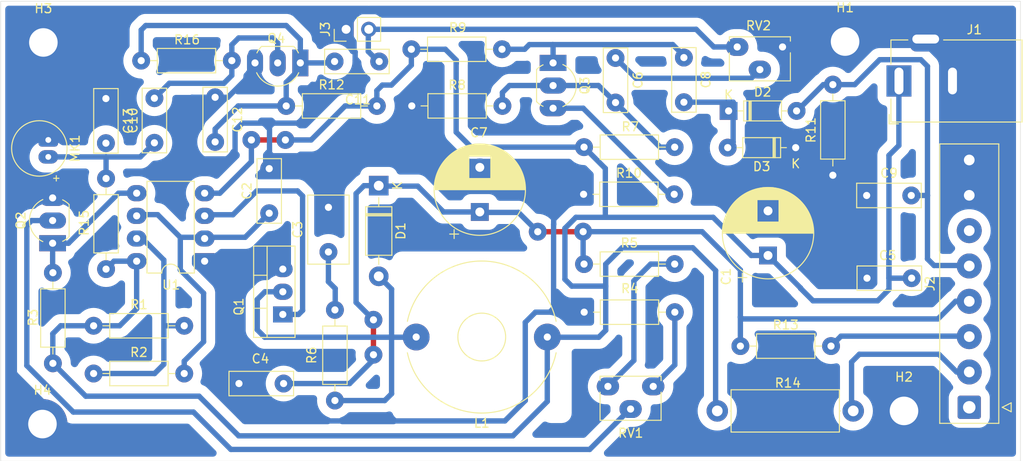
<source format=kicad_pcb>
(kicad_pcb (version 20240108) (generator "pcbnew") (generator_version "8.0")
  (layers (0 "F.Cu" signal) (31 "B.Cu" signal) (34 "B.Paste" user) (35 "F.Paste" user) (36 "B.SilkS" user "B.Silkscreen") (37 "F.SilkS" user "F.Silkscreen") (38 "B.Mask" user) (39 "F.Mask" user) (44 "Edge.Cuts" user))
  (net 0 "")
  (net 1 "GND")
  (net 2 "+16V")
  (net 3 "Net-(U1-THR)")
  (net 4 "Net-(C3-Pad1)")
  (net 5 "+250V")
  (net 6 "Net-(C6-Pad2)")
  (net 7 "Net-(Q3-B)")
  (net 8 "Net-(D2-K)")
  (net 9 "Net-(Q3-C)")
  (net 10 "VG")
  (net 11 "Net-(D1-A)")
  (net 12 "Net-(J2-Pin_3)")
  (net 13 "Vfil1")
  (net 16 "Net-(Q1-G)")
  (net 17 "Net-(Q2-B)")
  (net 18 "Net-(Q2-C)")
  (net 19 "Net-(Q3-E)")
  (net 20 "Net-(U1-DIS)")
  (net 21 "Net-(R4-Pad1)")
  (net 22 "Net-(R5-Pad2)")
  (net 23 "Net-(Q4-B)")
  (net 24 "Net-(MK1-+)")
  (net 25 "Net-(Q4-C)")
  (net 26 "BF")
  (footprint "Resistor_THT:R_Axial_DIN0414_L11.9mm_D4.5mm_P15.24mm_Horizontal" (layer "F.Cu") (at 170.4848 116.84)
    (property "Reference" "R14")
    (property "Value" "22 1W")
  )
  (footprint "Package_TO_SOT_THT:TO-92_Inline_Wide" (layer "F.Cu") (at 152.0796 77.8314 -90)
    (property "Reference" "Q3")
    (property "Value" "BC547")
  )
  (footprint "Resistor_THT:R_Axial_DIN0207_L6.3mm_D2.5mm_P10.16mm_Horizontal" (layer "F.Cu") (at 155.4988 92.5576)
    (property "Reference" "R10")
    (property "Value" "2K2")
  )
  (footprint "Resistor_THT:R_Axial_DIN0207_L6.3mm_D2.5mm_P10.16mm_Horizontal" (layer "F.Cu") (at 101.9726 90.7854 -90)
    (property "Reference" "R15")
    (property "Value" "10k")
  )
  (footprint "Capacitor_THT:C_Rect_L7.0mm_W2.5mm_P5.00mm" (layer "F.Cu") (at 132.588 77.6732 180)
    (property "Reference" "C11")
    (property "Value" "100nF")
  )
  (footprint "MountingHole:MountingHole_3.2mm_M3_DIN965_Pad" (layer "F.Cu") (at 94.9452 75.5396)
    (property "Reference" "H3")
    (property "Value" "MountingHole_Pad" (hide yes))
  )
  (footprint "Connector_PinHeader_2.54mm:PinHeader_1x02_P2.54mm_Vertical" (layer "F.Cu") (at 128.8796 74.0664 90)
    (property "Reference" "J3")
    (property "Value" "BF IN")
  )
  (footprint "Capacitor_THT:CP_Radial_D10.0mm_P5.00mm" (layer "F.Cu") (at 143.8656 94.5388 90)
    (property "Reference" "C7")
    (property "Value" "10uF 450v")
  )
  (footprint "Package_TO_SOT_THT:TO-92_Inline_Wide" (layer "F.Cu") (at 123.7488 77.8314 180)
    (property "Reference" "Q4")
    (property "Value" "BC547")
  )
  (footprint "Capacitor_THT:C_Rect_L7.0mm_W2.5mm_P5.00mm" (layer "F.Cu") (at 121.8716 113.7724 180)
    (property "Reference" "C4")
    (property "Value" "100nF")
  )
  (footprint "Diode_THT:D_DO-35_SOD27_P7.62mm_Horizontal" (layer "F.Cu") (at 171.7548 83.2104)
    (property "Reference" "D2")
    (property "Value" "1N4148")
  )
  (footprint "Package_DIP:DIP-8_W7.62mm" (layer "F.Cu") (at 113.0216 100.0564 180)
    (property "Reference" "U1")
    (property "Value" "NE555P")
  )
  (footprint "Package_TO_SOT_THT:TO-220-3_Vertical" (layer "F.Cu") (at 121.7846 106.0254 90)
    (property "Reference" "Q1")
    (property "Value" "IRFBG 30")
  )
  (footprint "Capacitor_THT:C_Rect_L7.0mm_W2.5mm_P5.00mm" (layer "F.Cu") (at 192.2696 101.9614 180)
    (property "Reference" "C5")
    (property "Value" "100nF")
  )
  (footprint "Capacitor_THT:C_Rect_L7.0mm_W2.5mm_P5.00mm" (layer "F.Cu") (at 166.7426 82.2364 90)
    (property "Reference" "C8")
    (property "Value" "100nF")
  )
  (footprint "Resistor_THT:R_Axial_DIN0207_L6.3mm_D2.5mm_P10.16mm_Horizontal" (layer "F.Cu") (at 96.012 101.346 -90)
    (property "Reference" "R3")
    (property "Value" "56k")
  )
  (footprint "Resistor_THT:R_Axial_DIN0207_L6.3mm_D2.5mm_P10.16mm_Horizontal" (layer "F.Cu") (at 165.7096 87.2744 180)
    (property "Reference" "R7")
    (property "Value" "1M")
  )
  (footprint "Capacitor_THT:C_Rect_L7.0mm_W2.5mm_P5.00mm" (layer "F.Cu") (at 107.3912 81.788 -90)
    (property "Reference" "C10")
    (property "Value" "100nF")
  )
  (footprint "Connector_BarrelJack:BarrelJack_Horizontal" (layer "F.Cu") (at 190.85 79.8576 180)
    (property "Reference" "J1")
    (property "Value" "15V")
  )
  (footprint "Capacitor_THT:C_Rect_L7.0mm_W2.5mm_P5.00mm" (layer "F.Cu") (at 159.0796 82.2764 90)
    (property "Reference" "C6")
    (property "Value" "100nF")
  )
  (footprint "Resistor_THT:R_Axial_DIN0207_L6.3mm_D2.5mm_P10.16mm_Horizontal" (layer "F.Cu") (at 100.5756 112.649)
    (property "Reference" "R2")
    (property "Value" "10K")
  )
  (footprint "MountingHole:MountingHole_3.2mm_M3_DIN965_Pad" (layer "F.Cu") (at 94.8436 118.3132)
    (property "Reference" "H4")
    (property "Value" "MountingHole_Pad" (hide yes))
  )
  (footprint "Package_TO_SOT_THT:TO-92_Inline_Wide" (layer "F.Cu") (at 95.9826 98.0434 90)
    (property "Reference" "Q2")
    (property "Value" "BC547")
  )
  (footprint "Capacitor_THT:C_Disc_D7.5mm_W4.4mm_P5.00mm" (layer "F.Cu") (at 126.8984 99.02 90)
    (property "Reference" "C3")
    (property "Value" "100pF")
  )
  (footprint "Diode_THT:D_DO-41_SOD81_P10.16mm_Horizontal" (layer "F.Cu") (at 132.5372 91.5924 -90)
    (property "Reference" "D1")
    (property "Value" "RGP10M")
  )
  (footprint "Resistor_THT:R_Axial_DIN0207_L6.3mm_D2.5mm_P10.16mm_Horizontal" (layer "F.Cu") (at 100.5756 107.2954)
    (property "Reference" "R1")
    (property "Value" "1K")
  )
  (footprint "Resistor_THT:R_Axial_DIN0207_L6.3mm_D2.5mm_P10.16mm_Horizontal" (layer "F.Cu") (at 122.1656 82.6574)
    (property "Reference" "R12")
    (property "Value" "10k")
  )
  (footprint "Potentiometer_THT:Potentiometer_Vishay_T73XX_Horizontal" (layer "F.Cu") (at 177.8 76.0434 -90)
    (property "Reference" "RV2")
    (property "Value" "10k")
  )
  (footprint "Potentiometer_THT:Potentiometer_Vishay_T73XX_Horizontal" (layer "F.Cu") (at 163.307 114.0926 -90)
    (property "Reference" "RV1")
    (property "Value" "1k")
  )
  (footprint "Resistor_THT:R_Axial_DIN0207_L6.3mm_D2.5mm_P10.16mm_Horizontal" (layer "F.Cu") (at 116.0696 77.5774 180)
    (property "Reference" "R16")
    (property "Value" "100k")
  )
  (footprint "Resistor_THT:R_Axial_DIN0207_L6.3mm_D2.5mm_P10.16mm_Horizontal" (layer "F.Cu") (at 183.4388 90.424 90)
    (property "Reference" "R11")
    (property "Value" "1M")
  )
  (footprint "Capacitor_THT:C_Rect_L7.0mm_W2.5mm_P5.00mm" (layer "F.Cu") (at 187.2296 92.6904)
    (property "Reference" "C9")
    (property "Value" "100nF")
  )
  (footprint "Resistor_THT:R_Axial_DIN0207_L6.3mm_D2.5mm_P10.16mm_Horizontal" (layer "F.Cu") (at 173.0756 109.5756)
    (property "Reference" "R13")
    (property "Value" "1M")
  )
  (footprint "Inductor_THT:L_Toroid_Horizontal_D16.8mm_P14.70mm_Vishay_TJ3_BigPads" (layer "F.Cu") (at 151.4348 108.5596 180)
    (property "Reference" "L1")
    (property "Value" "100uH")
  )
  (footprint "Resistor_THT:R_Axial_DIN0207_L6.3mm_D2.5mm_P10.16mm_Horizontal" (layer "F.Cu") (at 165.7266 105.7714 180)
    (property "Reference" "R4")
    (property "Value" "470")
  )
  (footprint "Capacitor_THT:C_Rect_L7.0mm_W2.5mm_P5.00mm" (layer "F.Cu") (at 114.1984 81.6864 -90)
    (property "Reference" "C12")
    (property "Value" "100nF")
  )
  (footprint "MountingHole:MountingHole_3.2mm_M3_DIN965_Pad" (layer "F.Cu") (at 184.8104 75.438)
    (property "Reference" "H1")
    (property "Value" "MountingHole_Pad" (hide yes))
  )
  (footprint "MountingHole:MountingHole_3.2mm_M3_DIN965_Pad" (layer "F.Cu") (at 191.4144 116.84)
    (property "Reference" "H2")
    (property "Value" "MountingHole_Pad" (hide yes))
  )
  (footprint "Connector_TE-Connectivity:TE_826576-8_1x08_P3.96mm_Vertical" (layer "F.Cu") (at 198.7296 116.4336 90)
    (property "Reference" "J2")
    (property "Value" "VT138 socket")
  )
  (footprint "Resistor_THT:R_Axial_DIN0207_L6.3mm_D2.5mm_P10.16mm_Horizontal" (layer "F.Cu") (at 146.4016 82.6516 180)
    (property "Reference" "R8")
    (property "Value" "56K")
  )
  (footprint "Capacitor_THT:C_Rect_L7.0mm_W2.5mm_P5.00mm" (layer "F.Cu") (at 120.2606 94.6824 90)
    (property "Reference" "C2")
    (property "Value" "2.2nF")
  )
  (footprint "Capacitor_THT:CP_Radial_D10.0mm_P5.00mm" (layer "F.Cu") (at 176.1744 99.4156 90)
    (property "Reference" "C1")
    (property "Value" "470uF25v")
  )
  (footprint "Diode_THT:D_DO-35_SOD27_P7.62mm_Horizontal" (layer "F.Cu") (at 179.2732 87.3292 180)
    (property "Reference" "D3")
    (property "Value" "1N4148")
  )
  (footprint "Capacitor_THT:C_Rect_L7.0mm_W2.5mm_P5.00mm" (layer "F.Cu") (at 101.9556 81.828 -90)
    (property "Reference" "C13")
    (property "Value" "33nF")
  )
  (footprint "Resistor_THT:R_Axial_DIN0207_L6.3mm_D2.5mm_P10.16mm_Horizontal" (layer "F.Cu") (at 146.3548 76.3016 180)
    (property "Reference" "R9")
    (property "Value" "100K")
  )
  (footprint "Resistor_THT:R_Axial_DIN0207_L6.3mm_D2.5mm_P10.16mm_Horizontal" (layer "F.Cu") (at 155.5496 100.3808)
    (property "Reference" "R5")
    (property "Value" "220k")
  )
  (footprint "Resistor_THT:R_Axial_DIN0207_L6.3mm_D2.5mm_P10.16mm_Horizontal" (layer "F.Cu") (at 127.6266 105.5174 -90)
    (property "Reference" "R6")
    (property "Value" "2K2")
  )
  (footprint "Sensor_Audio:POM-2244P-C3310-2-R" (layer "F.Cu") (at 95.4956 86.4674 -90)
    (property "Reference" "MK1")
    (property "Value" "Microphone")
  )
  (gr_rect (start 90.17 70.9168) (end 204.47 122.4676) (stroke (width 0.05)) (fill none) (layer "Edge.Cuts"))
  (segment (start 129.5448 72.0804) (end 128.8796 72.7456) (width 0.6) (layer "B.Cu") (net 1))
  (segment (start 92.4476 86.4674) (end 92.4476 91.7956) (width 0.6) (layer "B.Cu") (net 1))
  (segment (start 117.4554 117.9634) (end 146.6766 117.9634) (width 0.6) (layer "B.Cu") (net 1))
  (segment (start 143.844 89.5604) (end 143.8656 89.5388) (width 0.6) (layer "B.Cu") (net 1))
  (segment (start 95.0976 81.3874) (end 93.4001 81.3874) (width 0.6) (layer "B.Cu") (net 1))
  (segment (start 111.6076 81.6864) (end 111.3028 81.9912) (width 0.6) (layer "B.Cu") (net 1))
  (segment (start 184.8104 72.0804) (end 184.8104 75.438) (width 0.6) (layer "B.Cu") (net 1))
  (segment (start 155.4988 92.5576) (end 152.1968 92.5576) (width 0.6) (layer "B.Cu") (net 1))
  (segment (start 120.2944 88.2396) (end 120.2944 89.6486) (width 0.6) (layer "B.Cu") (net 1))
  (segment (start 202.946 119.888) (end 202.946 94.1324) (width 0.6) (layer "B.Cu") (net 1))
  (segment (start 111.3028 81.9912) (end 111.3028 88.3412) (width 0.6) (layer "B.Cu") (net 1))
  (segment (start 91.694 92.5492) (end 92.4476 91.7956) (width 0.6) (layer "B.Cu") (net 1))
  (segment (start 152.146 90.9828) (end 150.7236 89.5604) (width 0.6) (layer "B.Cu") (net 1))
  (segment (start 194.4624 119.888) (end 202.946 119.888) (width 0.6) (layer "B.Cu") (net 1))
  (segment (start 198.7296 92.6736) (end 198.7296 88.7136) (width 0.6) (layer "B.Cu") (net 1))
  (segment (start 184.7779 101.5817) (end 185.1576 101.9614) (width 0.6) (layer "B.Cu") (net 1))
  (segment (start 191.4144 116.84) (end 194.4624 119.888) (width 0.6) (layer "B.Cu") (net 1))
  (segment (start 136.2416 82.6516) (end 136.2416 88.2244) (width 0.6) (layer "B.Cu") (net 1))
  (segment (start 177.8 76.0434) (end 177.8 80.1624) (width 0.6) (layer "B.Cu") (net 1))
  (segment (start 113.0216 100.0564) (end 113.1586 99.9194) (width 0.6) (layer "B.Cu") (net 1))
  (segment (start 95.4956 86.4674) (end 92.4476 86.4674) (width 0.6) (layer "B.Cu") (net 1))
  (segment (start 124.46 83.9724) (end 124.46 80.8878) (width 0.6) (layer "B.Cu") (net 1))
  (segment (start 177.8 72.1312) (end 177.8508 72.0804) (width 0.6) (layer "B.Cu") (net 1))
  (segment (start 143.8656 89.5388) (end 143.8872 89.5604) (width 0.6) (layer "B.Cu") (net 1))
  (segment (start 117.3396 99.9194) (end 120.7586 99.9194) (width 0.6) (layer "B.Cu") (net 1))
  (segment (start 120.2944 84.582) (end 123.8504 84.582) (width 0.6) (layer "B.Cu") (net 1))
  (segment (start 152.146 95.9104) (end 152.146 92.5068) (width 0.6) (layer "B.Cu") (net 1))
  (segment (start 92.4476 82.3399) (end 92.4476 86.4674) (width 0.6) (layer "B.Cu") (net 1))
  (segment (start 152.1376 95.9188) (end 152.146 95.9104) (width 0.6) (layer "B.Cu") (net 1))
  (segment (start 185.1576 101.9614) (end 187.2696 101.9614) (width 0.6) (layer "B.Cu") (net 1))
  (segment (start 184.5226 101.3264) (end 184.7779 101.5817) (width 0.6) (layer "B.Cu") (net 1))
  (segment (start 136.2416 88.2244) (end 136.2626 88.2454) (width 0.6) (layer "B.Cu") (net 1))
  (segment (start 128.6256 88.2454) (end 127.9144 88.2454) (width 0.6) (layer "B.Cu") (net 1))
  (segment (start 94.9452 81.235) (end 95.0976 81.3874) (width 0.6) (layer "B.Cu") (net 1))
  (segment (start 120.7586 99.9194) (end 121.7846 100.9454) (width 0.6) (layer "B.Cu") (net 1))
  (segment (start 148.9626 106.9144) (end 150.1056 105.7714) (width 0.6) (layer "B.Cu") (net 1))
  (segment (start 126.8984 88.3626) (end 126.8984 94.02) (width 0.6) (layer "B.Cu") (net 1))
  (segment (start 176.1744 94.4156) (end 176.1802 94.4214) (width 0.6) (layer "B.Cu") (net 1))
  (segment (start 116.4336 88.138) (end 116.4336 85.3948) (width 0.6) (layer "B.Cu") (net 1))
  (segment (start 177.8508 72.0804) (end 178.6128 72.0804) (width 0.6) (layer "B.Cu") (net 1))
  (segment (start 95.0976 81.3874) (end 95.9162 81.3874) (width 0.6) (layer "B.Cu") (net 1))
  (segment (start 129.1024 80.2444) (end 125.0866 80.2444) (width 0.6) (layer "B.Cu") (net 1))
  (segment (start 178.6128 72.0804) (end 129.5448 72.0804) (width 0.6) (layer "B.Cu") (net 1))
  (segment (start 124.4574 88.2454) (end 124.4516 88.2396) (width 0.6) (layer "B.Cu") (net 1))
  (segment (start 91.694 115.3668) (end 91.694 92.5492) (width 0.6) (layer "B.Cu") (net 1))
  (segment (start 146.6766 117.9634) (end 148.9626 115.6774) (width 0.6) (layer "B.Cu") (net 1))
  (segment (start 177.7024 87.3292) (end 179.2732 87.3292) (width 0.6) (layer "B.Cu") (net 1))
  (segment (start 201.3204 92.5068) (end 200.8632 92.5068) (width 0.6) (layer "B.Cu") (net 1))
  (segment (start 152.1376 105.7714) (end 152.1376 95.9188) (width 0.6) (layer "B.Cu") (net 1))
  (segment (start 177.8 80.1624) (end 176.4792 81.4832) (width 0.6) (layer "B.Cu") (net 1))
  (segment (start 93.4001 81.3874) (end 92.4476 82.3399) (width 0.6) (layer "B.Cu") (net 1))
  (segment (start 155.5666 105.7714) (end 152.1376 105.7714) (width 0.6) (layer "B.Cu") (net 1))
  (segment (start 150.1056 105.7714) (end 155.5666 105.7714) (width 0.6) (layer "B.Cu") (net 1))
  (segment (start 129.8956 76.6064) (end 129.8956 79.4512) (width 0.6) (layer "B.Cu") (net 1))
  (segment (start 136.2626 88.2454) (end 128.6256 88.2454) (width 0.6) (layer "B.Cu") (net 1))
  (segment (start 196.8416 73.296) (end 195.626 72.0804) (width 0.6) (layer "B.Cu") (net 1))
  (segment (start 176.4792 81.4832) (end 176.4792 86.106) (width 0.6) (layer "B.Cu") (net 1))
  (segment (start 114.9266 99.9194) (end 117.3396 99.9194) (width 0.6) (layer "B.Cu") (net 1))
  (segment (start 136.2626 88.2454) (end 138.2946 88.2454) (width 0.6) (layer "B.Cu") (net 1))
  (segment (start 93.6154 92.9634) (end 92.4476 91.7956) (width 0.6) (layer "B.Cu") (net 1))
  (segment (start 177.8 76.0434) (end 177.8 72.1312) (width 0.6) (layer "B.Cu") (net 1))
  (segment (start 95.9826 92.9634) (end 93.6154 92.9634) (width 0.6) (layer "B.Cu") (net 1))
  (segment (start 143.8872 89.5604) (end 150.7236 89.5604) (width 0.6) (layer "B.Cu") (net 1))
  (segment (start 114.1984 81.6864) (end 111.6076 81.6864) (width 0.6) (layer "B.Cu") (net 1))
  (segment (start 152.1968 92.5576) (end 152.146 92.5068) (width 0.6) (layer "B.Cu") (net 1))
  (segment (start 148.9626 115.6774) (end 148.9626 106.9144) (width 0.6) (layer "B.Cu") (net 1))
  (segment (start 200.6964 92.6736) (end 198.7296 92.6736) (width 0.6) (layer "B.Cu") (net 1))
  (segment (start 187.2296 92.6904) (end 184.5538 92.6904) (width 0.6) (layer "B.Cu") (net 1))
  (segment (start 116.8716 113.7724) (end 116.8716 99.9194) (width 0.6) (layer "B.Cu") (net 1))
  (segment (start 128.8796 75.5904) (end 129.8956 76.6064) (width 0.6) (layer "B.Cu") (net 1))
  (segment (start 120.2944 89.6486) (end 120.2606 89.6824) (width 0.6) (layer "B.Cu") (net 1))
  (segment (start 196.8416 87.2184) (end 196.8416 73.296) (width 0.6) (layer "B.Cu") (net 1))
  (segment (start 117.2464 84.582) (end 120.2944 84.582) (width 0.6) (layer "B.Cu") (net 1))
  (segment (start 200.8632 92.5068) (end 200.6964 92.6736) (width 0.6) (layer "B.Cu") (net 1))
  (segment (start 124.46 80.8878) (end 124.4516 80.8794) (width 0.6) (layer "B.Cu") (net 1))
  (segment (start 198.3368 88.7136) (end 196.8416 87.2184) (width 0.6) (layer "B.Cu") (net 1))
  (segment (start 198.7296 88.7136) (end 198.3368 88.7136) (width 0.6) (layer "B.Cu") (net 1))
  (segment (start 202.946 94.1324) (end 201.3204 92.5068) (width 0.6) (layer "B.Cu") (net 1))
  (segment (start 91.8972 115.3668) (end 91.694 115.3668) (width 0.6) (layer "B.Cu") (net 1))
  (segment (start 118.6688 77.8314) (end 118.6688 78.6384) (width 0.6) (layer "B.Cu") (net 1))
  (segment (start 139.6096 89.5604) (end 143.844 89.5604) (width 0.6) (layer "B.Cu") (net 1))
  (segment (start 184.5226 91.5078) (end 184.5226 92.6592) (width 0.6) (layer "B.Cu") (net 1))
  (segment (start 138.2946 88.2454) (end 139.6096 89.5604) (width 0.6) (layer "B.Cu") (net 1))
  (segment (start 180.5236 87.5088) (end 179.909 87.5088) (width 0.6) (layer "B.Cu") (net 1))
  (segment (start 115.6208 81.6864) (end 114.1984 81.6864) (width 0.6) (layer "B.Cu") (net 1))
  (segment (start 176.1802 94.4214) (end 184.456 94.4214) (width 0.6) (layer "B.Cu") (net 1))
  (segment (start 193.7512 72.0804) (end 184.8104 72.0804) (width 0.6) (layer "B.Cu") (net 1))
  (segment (start 116.8716 117.3796) (end 117.4554 117.9634) (width 0.6) (layer "B.Cu") (net 1))
  (segment (start 118.6688 78.6384) (end 115.6208 81.6864) (width 0.6) (layer "B.Cu") (net 1))
  (segment (start 129.8956 79.4512) (end 129.1024 80.2444) (width 0.6) (layer "B.Cu") (net 1))
  (segment (start 94.8436 118.3132) (end 91.8972 115.3668) (width 0.6) (layer "B.Cu") (net 1))
  (segment (start 193.85 72.1792) (end 193.7512 72.0804) (width 0.6) (layer "B.Cu") (net 1))
  (segment (start 95.9162 81.3874) (end 96.3568 81.828) (width 0.6) (layer "B.Cu") (net 1))
  (segment (start 184.5226 92.6592) (end 184.5226 94.488) (width 0.6) (layer "B.Cu") (net 1))
  (segment (start 96.3568 81.828) (end 101.9556 81.828) (width 0.6) (layer "B.Cu") (net 1))
  (segment (start 183.4388 90.424) (end 180.5236 87.5088) (width 0.6) (layer "B.Cu") (net 1))
  (segment (start 179.909 87.5088) (end 179.8836 87.4834) (width 0.6) (layer "B.Cu") (net 1))
  (segment (start 94.9452 75.5396) (end 94.9452 81.235) (width 0.6) (layer "B.Cu") (net 1))
  (segment (start 116.4336 85.3948) (end 117.2464 84.582) (width 0.6) (layer "B.Cu") (net 1))
  (segment (start 111.3028 88.3412) (end 111.5568 88.5952) (width 0.6) (layer "B.Cu") (net 1))
  (segment (start 113.1586 99.9194) (end 114.9266 99.9194) (width 0.6) (layer "B.Cu") (net 1))
  (segment (start 124.4516 88.2396) (end 120.2944 88.2396) (width 0.6) (layer "B.Cu") (net 1))
  (segment (start 127.9144 88.2454) (end 124.4574 88.2454) (width 0.6) (layer "B.Cu") (net 1))
  (segment (start 128.8796 72.7456) (end 128.8796 75.5904) (width 0.6) (layer "B.Cu") (net 1))
  (segment (start 183.4388 90.424) (end 184.5226 91.5078) (width 0.6) (layer "B.Cu") (net 1))
  (segment (start 184.8104 72.0804) (end 178.6128 72.0804) (width 0.6) (layer "B.Cu") (net 1))
  (segment (start 195.626 72.0804) (end 193.7512 72.0804) (width 0.6) (layer "B.Cu") (net 1))
  (segment (start 184.5226 94.488) (end 184.5226 101.3264) (width 0.6) (layer "B.Cu") (net 1))
  (segment (start 115.9764 88.5952) (end 116.4336 88.138) (width 0.6) (layer "B.Cu") (net 1))
  (segment (start 116.8716 113.7724) (end 116.8716 117.3796) (width 0.6) (layer "B.Cu") (net 1))
  (segment (start 123.8504 84.582) (end 124.46 83.9724) (width 0.6) (layer "B.Cu") (net 1))
  (segment (start 152.146 92.5068) (end 152.146 90.9828) (width 0.6) (layer "B.Cu") (net 1))
  (segment (start 193.85 75.1576) (end 193.85 72.1792) (width 0.6) (layer "B.Cu") (net 1))
  (segment (start 184.5538 92.6904) (end 184.5226 92.6592) (width 0.6) (layer "B.Cu") (net 1))
  (segment (start 176.4792 86.106) (end 177.7024 87.3292) (width 0.6) (layer "B.Cu") (net 1))
  (segment (start 120.2944 84.582) (end 120.2944 88.2396) (width 0.6) (layer "B.Cu") (net 1))
  (segment (start 184.456 94.4214) (end 184.5226 94.488) (width 0.6) (layer "B.Cu") (net 1))
  (segment (start 111.5568 88.5952) (end 115.9764 88.5952) (width 0.6) (layer "B.Cu") (net 1))
  (segment (start 125.0866 80.2444) (end 124.4516 80.8794) (width 0.6) (layer "B.Cu") (net 1))
  (segment (start 122.0724 86.4674) (end 118.2624 86.4674) (width 0.6) (layer "F.Cu") (net 2))
  (via (at 122.0724 86.4674) (size 2) (drill 0.8) (layers "F.Cu" "B.Cu") (net 2))
  (via (at 118.2624 86.4674) (size 2) (drill 0.8) (layers "F.Cu" "B.Cu") (net 2))
  (segment (start 170.2986 101.109) (end 170.2986 116.6538) (width 0.6) (layer "B.Cu") (net 2))
  (segment (start 132.3256 82.6574) (end 132.3256 80.9328) (width 0.6) (layer "B.Cu") (net 2))
  (segment (start 157.96 102.8504) (end 157.9796 102.87) (width 0.6) (layer "B.Cu") (net 2))
  (segment (start 103.4966 107.2954) (end 100.5756 107.2954) (width 0.6) (layer "B.Cu") (net 2))
  (segment (start 151.4296 115.7784) (end 147.574 119.634) (width 0.6) (layer "B.Cu") (net 2))
  (segment (start 189.7296 103.2314) (end 189.7296 99.4214) (width 0.6) (layer "B.Cu") (net 2))
  (segment (start 189.7296 88.1972) (end 189.7296 99.4214) (width 0.6) (layer "B.Cu") (net 2))
  (segment (start 157.9372 95.1414) (end 154.6396 95.1414) (width 0.6) (layer "B.Cu") (net 2))
  (segment (start 96.0036 108.1844) (end 96.0036 111.4976) (width 0.6) (layer "B.Cu") (net 2))
  (segment (start 118.2624 86.4674) (end 118.2624 88.9) (width 0.6) (layer "B.Cu") (net 2))
  (segment (start 157.9796 107.8034) (end 157.9796 102.87) (width 0.6) (layer "B.Cu") (net 2))
  (segment (start 147.574 119.634) (end 116.84 119.634) (width 0.6) (layer "B.Cu") (net 2))
  (segment (start 112.395 115.189) (end 99.695 115.189) (width 0.6) (layer "B.Cu") (net 2))
  (segment (start 151.4348 108.5596) (end 151.4556 108.5804) (width 0.6) (layer "B.Cu") (net 2))
  (segment (start 170.2986 116.6538) (end 170.4848 116.84) (width 0.6) (layer "B.Cu") (net 2))
  (segment (start 153.4076 102.0884) (end 154.1696 102.8504) (width 0.6) (layer "B.Cu") (net 2))
  (segment (start 151.4296 108.5648) (end 151.4296 115.7784) (width 0.6) (layer "B.Cu") (net 2))
  (segment (start 136.1948 78.0796) (end 136.1948 76.3016) (width 0.6) (layer "B.Cu") (net 2))
  (segment (start 157.9372 89.662) (end 157.9372 95.1414) (width 0.6) (layer "B.Cu") (net 2))
  (segment (start 133.9596 80.3148) (end 136.1948 78.0796) (width 0.6) (layer "B.Cu") (net 2))
  (segment (start 151.4556 108.5804) (end 157.2026 108.5804) (width 0.6) (layer "B.Cu") (net 2))
  (segment (start 141.224 77.5208) (end 141.224 77.8764) (width 0.6) (layer "B.Cu") (net 2))
  (segment (start 189.7296 99.4214) (end 189.7296 101.9614) (width 0.6) (layer "B.Cu") (net 2))
  (segment (start 179.8236 103.1044) (end 181.2148 104.4956) (width 0.6) (layer "B.Cu") (net 2))
  (segment (start 136.1948 76.3016) (end 136.1356 76.3608) (width 0.6) (layer "B.Cu") (net 2))
  (segment (start 181.2148 104.4956) (end 188.4654 104.4956) (width 0.6) (layer "B.Cu") (net 2))
  (segment (start 154.1696 102.8504) (end 157.96 102.8504) (width 0.6) (layer "B.Cu") (net 2))
  (segment (start 188.4654 104.4956) (end 189.7296 103.2314) (width 0.6) (layer "B.Cu") (net 2))
  (segment (start 128.7696 82.6574) (end 132.3256 82.6574) (width 0.6) (layer "B.Cu") (net 2))
  (segment (start 99.695 115.189) (end 96.012 111.506) (width 0.6) (layer "B.Cu") (net 2))
  (segment (start 141.2156 77.8848) (end 141.2156 85.5896) (width 0.6) (layer "B.Cu") (net 2))
  (segment (start 167.7416 98.552) (end 170.2986 101.109) (width 0.6) (layer "B.Cu") (net 2))
  (segment (start 189.7296 101.9614) (end 192.2696 101.9614) (width 0.6) (layer "B.Cu") (net 2))
  (segment (start 105.4016 105.3904) (end 103.4966 107.2954) (width 0.6) (layer "B.Cu") (net 2))
  (segment (start 176.1744 99.4156) (end 174.2948 99.4156) (width 0.6) (layer "B.Cu") (net 2))
  (segment (start 140.0048 76.3016) (end 141.224 77.5208) (width 0.6) (layer "B.Cu") (net 2))
  (segment (start 159.8168 98.552) (end 167.7416 98.552) (width 0.6) (layer "B.Cu") (net 2))
  (segment (start 122.0724 86.4674) (end 124.9596 86.4674) (width 0.6) (layer "B.Cu") (net 2))
  (segment (start 190.8416 79.9904) (end 190.8416 87.0852) (width 0.6) (layer "B.Cu") (net 2))
  (segment (start 155.5496 87.2744) (end 157.9372 89.662) (width 0.6) (layer "B.Cu") (net 2))
  (segment (start 176.1744 99.4156) (end 179.8236 103.0648) (width 0.6) (layer "B.Cu") (net 2))
  (segment (start 105.4016 100.0564) (end 102.8616 100.0564) (width 0.6) (layer "B.Cu") (net 2))
  (segment (start 132.9436 80.3148) (end 133.9596 80.3148) (width 0.6) (layer "B.Cu") (net 2))
  (segment (start 141.2156 85.5896) (end 142.9004 87.2744) (width 0.6) (layer "B.Cu") (net 2))
  (segment (start 96.0036 111.4976) (end 96.012 111.506) (width 0.6) (layer "B.Cu") (net 2))
  (segment (start 100.5756 107.2954) (end 96.8926 107.2954) (width 0.6) (layer "B.Cu") (net 2))
  (segment (start 157.9796 100.3892) (end 159.8168 98.552) (width 0.6) (layer "B.Cu") (net 2))
  (segment (start 179.8236 103.0648) (end 179.8236 103.1044) (width 0.6) (layer "B.Cu") (net 2))
  (segment (start 141.224 77.8764) (end 141.2156 77.8848) (width 0.6) (layer "B.Cu") (net 2))
  (segment (start 142.9004 87.2744) (end 155.5496 87.2744) (width 0.6) (layer "B.Cu") (net 2))
  (segment (start 116.84 119.634) (end 112.395 115.189) (width 0.6) (layer "B.Cu") (net 2))
  (segment (start 102.8616 100.0564) (end 101.9726 100.9454) (width 0.6) (layer "B.Cu") (net 2))
  (segment (start 157.2026 108.5804) (end 157.9796 107.8034) (width 0.6) (layer "B.Cu") (net 2))
  (segment (start 174.2948 99.4156) (end 170.0206 95.1414) (width 0.6) (layer "B.Cu") (net 2))
  (segment (start 190.8416 87.0852) (end 189.7296 88.1972) (width 0.6) (layer "B.Cu") (net 2))
  (segment (start 132.3256 80.9328) (end 132.9436 80.3148) (width 0.6) (layer "B.Cu") (net 2))
  (segment (start 154.6396 95.1414) (end 153.4076 96.3734) (width 0.6) (layer "B.Cu") (net 2))
  (segment (start 151.4348 108.5596) (end 151.4296 108.5648) (width 0.6) (layer "B.Cu") (net 2))
  (segment (start 105.4016 100.0564) (end 105.4016 105.3904) (width 0.6) (layer "B.Cu") (net 2))
  (segment (start 153.4076 96.3734) (end 153.4076 102.0884) (width 0.6) (layer "B.Cu") (net 2))
  (segment (start 114.726 92.4364) (end 113.0216 92.4364) (width 0.6) (layer "B.Cu") (net 2))
  (segment (start 118.2624 88.9) (end 114.726 92.4364) (width 0.6) (layer "B.Cu") (net 2))
  (segment (start 96.8926 107.2954) (end 96.0036 108.1844) (width 0.6) (layer "B.Cu") (net 2))
  (segment (start 157.9796 102.87) (end 157.9796 100.3892) (width 0.6) (layer "B.Cu") (net 2))
  (segment (start 124.9596 86.4674) (end 128.7696 82.6574) (width 0.6) (layer "B.Cu") (net 2))
  (segment (start 170.0206 95.1414) (end 157.9372 95.1414) (width 0.6) (layer "B.Cu") (net 2))
  (segment (start 136.1948 76.3016) (end 140.0048 76.3016) (width 0.6) (layer "B.Cu") (net 2))
  (segment (start 112.903 103.6413) (end 110.2956 101.0339) (width 0.6) (layer "B.Cu") (net 3))
  (segment (start 105.5386 94.8394) (end 107.7556 94.8394) (width 0.6) (layer "B.Cu") (net 3))
  (segment (start 117.5636 97.3794) (end 113.1586 97.3794) (width 0.6) (layer "B.Cu") (net 3))
  (segment (start 105.4016 94.9764) (end 105.5386 94.8394) (width 0.6) (layer "B.Cu") (net 3))
  (segment (start 112.903 109.093) (end 112.903 103.6413) (width 0.6) (layer "B.Cu") (net 3))
  (segment (start 107.7556 94.8394) (end 110.2956 97.3794) (width 0.6) (layer "B.Cu") (net 3))
  (segment (start 110.2956 101.0339) (end 110.2956 97.3794) (width 0.6) (layer "B.Cu") (net 3))
  (segment (start 120.2606 94.6824) (end 117.5636 97.3794) (width 0.6) (layer "B.Cu") (net 3))
  (segment (start 113.1586 97.3794) (end 113.0216 97.5164) (width 0.6) (layer "B.Cu") (net 3))
  (segment (start 110.7356 111.2604) (end 112.903 109.093) (width 0.6) (layer "B.Cu") (net 3))
  (segment (start 112.8846 97.3794) (end 110.2956 97.3794) (width 0.6) (layer "B.Cu") (net 3))
  (segment (start 113.0216 97.5164) (end 112.8846 97.3794) (width 0.6) (layer "B.Cu") (net 3))
  (segment (start 110.7356 112.649) (end 110.7356 111.2604) (width 0.6) (layer "B.Cu") (net 3))
  (segment (start 127.6604 105.4836) (end 127.6604 103.124) (width 0.6) (layer "B.Cu") (net 4))
  (segment (start 127.6266 105.5174) (end 127.6604 105.4836) (width 0.6) (layer "B.Cu") (net 4))
  (segment (start 126.8984 102.362) (end 126.8984 99.02) (width 0.6) (layer "B.Cu") (net 4))
  (segment (start 127.6604 103.124) (end 126.8984 102.362) (width 0.6) (layer "B.Cu") (net 4))
  (segment (start 131.9446 110.5408) (end 131.9446 106.6292) (width 0.6) (layer "F.Cu") (net 5))
  (segment (start 155.4422 96.7544) (end 155.448 96.7486) (width 0.6) (layer "F.Cu") (net 5))
  (segment (start 150.3596 96.7544) (end 155.4422 96.7544) (width 0.6) (layer "F.Cu") (net 5))
  (via (at 131.9446 106.6292) (size 2) (drill 0.8) (layers "F.Cu" "B.Cu") (net 5))
  (via (at 150.3596 96.7544) (size 2) (drill 0.8) (layers "F.Cu" "B.Cu") (net 5))
  (via (at 131.9446 110.5408) (size 2) (drill 0.8) (layers "F.Cu" "B.Cu") (net 5))
  (via (at 155.448 96.7486) (size 2) (drill 0.8) (layers "F.Cu" "B.Cu") (net 5))
  (segment (start 131.9446 111.1054) (end 129.2776 113.7724) (width 0.6) (layer "B.Cu") (net 5))
  (segment (start 136.906 91.6432) (end 132.588 91.6432) (width 0.6) (layer "B.Cu") (net 5))
  (segment (start 148.1948 94.5896) (end 143.9164 94.5896) (width 0.6) (layer "B.Cu") (net 5))
  (segment (start 197.1984 104.5536) (end 195.2244 106.5276) (width 0.6) (layer "B.Cu") (net 5))
  (segment (start 130.8836 91.5924) (end 132.5372 91.5924) (width 0.6) (layer "B.Cu") (net 5))
  (segment (start 173.0756 106.3244) (end 173.0756 101.0412) (width 0.6) (layer "B.Cu") (net 5))
  (segment (start 143.8656 94.5388) (end 139.8016 94.5388) (width 0.6) (layer "B.Cu") (net 5))
  (segment (start 150.3596 96.7544) (end 148.1948 94.5896) (width 0.6) (layer "B.Cu") (net 5))
  (segment (start 129.2776 113.7724) (end 121.8716 113.7724) (width 0.6) (layer "B.Cu") (net 5))
  (segment (start 143.9164 94.5896) (end 143.8656 94.5388) (width 0.6) (layer "B.Cu") (net 5))
  (segment (start 168.783 96.7486) (end 155.448 96.7486) (width 0.6) (layer "B.Cu") (net 5))
  (segment (start 131.9446 106.6292) (end 129.9972 104.6818) (width 0.6) (layer "B.Cu") (net 5))
  (segment (start 198.7296 104.5536) (end 197.1984 104.5536) (width 0.6) (layer "B.Cu") (net 5))
  (segment (start 173.2788 106.5276) (end 173.0756 106.3244) (width 0.6) (layer "B.Cu") (net 5))
  (segment (start 155.4396 100.2708) (end 155.5496 100.3808) (width 0.6) (layer "B.Cu") (net 5))
  (segment (start 155.448 100.2792) (end 155.5496 100.3808) (width 0.6) (layer "B.Cu") (net 5))
  (segment (start 195.2244 106.5276) (end 173.2788 106.5276) (width 0.6) (layer "B.Cu") (net 5))
  (segment (start 132.588 91.6432) (end 132.5372 91.5924) (width 0.6) (layer "B.Cu") (net 5))
  (segment (start 129.9972 104.6818) (end 129.9972 92.4788) (width 0.6) (layer "B.Cu") (net 5))
  (segment (start 155.448 96.7486) (end 155.448 100.2792) (width 0.6) (layer "B.Cu") (net 5))
  (segment (start 131.9446 110.5408) (end 131.9446 111.1054) (width 0.6) (layer "B.Cu") (net 5))
  (segment (start 129.9972 92.4788) (end 130.8836 91.5924) (width 0.6) (layer "B.Cu") (net 5))
  (segment (start 173.0756 109.5756) (end 173.0756 106.3244) (width 0.6) (layer "B.Cu") (net 5))
  (segment (start 139.8016 94.5388) (end 136.906 91.6432) (width 0.6) (layer "B.Cu") (net 5))
  (segment (start 173.0756 101.0412) (end 168.783 96.7486) (width 0.6) (layer "B.Cu") (net 5))
  (segment (start 174.2906 79.5528) (end 175.26 78.5834) (width 0.6) (layer "B.Cu") (net 6))
  (segment (start 161.356 79.5528) (end 174.2906 79.5528) (width 0.6) (layer "B.Cu") (net 6))
  (segment (start 159.0796 77.2764) (end 161.356 79.5528) (width 0.6) (layer "B.Cu") (net 6))
  (segment (start 152.0738 80.3656) (end 147.1904 80.3656) (width 0.6) (layer "B.Cu") (net 7))
  (segment (start 146.4016 81.1544) (end 146.4016 82.6516) (width 0.6) (layer "B.Cu") (net 7))
  (segment (start 157.1688 80.3656) (end 152.0854 80.3656) (width 0.6) (layer "B.Cu") (net 7))
  (segment (start 164.0776 87.2744) (end 165.7096 87.2744) (width 0.6) (layer "B.Cu") (net 7))
  (segment (start 152.0854 80.3656) (end 152.0796 80.3714) (width 0.6) (layer "B.Cu") (net 7))
  (segment (start 159.0796 82.2764) (end 157.1688 80.3656) (width 0.6) (layer "B.Cu") (net 7))
  (segment (start 159.0796 82.2764) (end 164.0776 87.2744) (width 0.6) (layer "B.Cu") (net 7))
  (segment (start 147.1904 80.3656) (end 146.4016 81.1544) (width 0.6) (layer "B.Cu") (net 7))
  (segment (start 152.0796 80.3714) (end 152.0738 80.3656) (width 0.6) (layer "B.Cu") (net 7))
  (segment (start 172.2636 82.2364) (end 172.2636 86.7188) (width 0.6) (layer "B.Cu") (net 8))
  (segment (start 172.2636 86.7188) (end 171.6532 87.3292) (width 0.6) (layer "B.Cu") (net 8))
  (segment (start 171.7548 83.2104) (end 171.7548 82.7452) (width 0.6) (layer "B.Cu") (net 8))
  (segment (start 172.2636 82.2364) (end 166.7426 82.2364) (width 0.6) (layer "B.Cu") (net 8))
  (segment (start 171.7548 82.7452) (end 172.2636 82.2364) (width 0.6) (layer "B.Cu") (net 8))
  (segment (start 152.0444 75.7764) (end 149.42 75.7764) (width 0.6) (layer "B.Cu") (net 9))
  (segment (start 148.8948 76.3016) (end 146.3548 76.3016) (width 0.6) (layer "B.Cu") (net 9))
  (segment (start 166.7426 77.0298) (end 165.4892 75.7764) (width 0.6) (layer "B.Cu") (net 9))
  (segment (start 149.42 75.7764) (end 148.8948 76.3016) (width 0.6) (layer "B.Cu") (net 9))
  (segment (start 166.7426 77.2364) (end 166.7426 77.0298) (width 0.6) (layer "B.Cu") (net 9))
  (segment (start 146.88 75.7764) (end 146.3548 76.3016) (width 0.6) (layer "B.Cu") (net 9))
  (segment (start 152.0796 75.8116) (end 152.0444 75.7764) (width 0.6) (layer "B.Cu") (net 9))
  (segment (start 152.0796 77.8314) (end 152.0796 75.8116) (width 0.6) (layer "B.Cu") (net 9))
  (segment (start 165.4892 75.7764) (end 152.0444 75.7764) (width 0.6) (layer "B.Cu") (net 9))
  (segment (start 194.7856 100.5404) (end 194.0476 99.8024) (width 0.6) (layer "B.Cu") (net 10))
  (segment (start 193.3052 77.47) (end 194.0476 78.2124) (width 0.6) (layer "B.Cu") (net 10))
  (segment (start 188.694 77.47) (end 193.3052 77.47) (width 0.6) (layer "B.Cu") (net 10))
  (segment (start 183.4388 80.264) (end 185.9 80.264) (width 0.6) (layer "B.Cu") (net 10))
  (segment (start 182.372 80.264) (end 179.4256 83.2104) (width 0.6) (layer "B.Cu") (net 10))
  (segment (start 198.6764 100.5404) (end 194.7856 100.5404) (width 0.6) (layer "B.Cu") (net 10))
  (segment (start 185.9 80.264) (end 188.694 77.47) (width 0.6) (layer "B.Cu") (net 10))
  (segment (start 198.7296 100.5936) (end 198.6764 100.5404) (width 0.6) (layer "B.Cu") (net 10))
  (segment (start 183.4388 80.264) (end 182.372 80.264) (width 0.6) (layer "B.Cu") (net 10))
  (segment (start 194.0476 99.8024) (end 194.0476 92.6904) (width 0.6) (layer "B.Cu") (net 10))
  (segment (start 192.2296 92.6904) (end 194.0476 92.6904) (width 0.6) (layer "B.Cu") (net 10))
  (segment (start 179.4256 83.2104) (end 179.3748 83.2104) (width 0.6) (layer "B.Cu") (net 10))
  (segment (start 194.0476 78.2124) (end 194.0476 92.6904) (width 0.6) (layer "B.Cu") (net 10))
  (segment (start 119.7564 108.5804) (end 118.9228 107.7468) (width 0.6) (layer "B.Cu") (net 11))
  (segment (start 133.9766 114.9154) (end 133.2146 115.6774) (width 0.6) (layer "B.Cu") (net 11))
  (segment (start 132.5372 101.7524) (end 133.9766 103.1918) (width 0.6) (layer "B.Cu") (net 11))
  (segment (start 118.9228 107.7468) (end 118.9228 104.3432) (width 0.6) (layer "B.Cu") (net 11))
  (segment (start 133.2146 115.6774) (end 127.6266 115.6774) (width 0.6) (layer "B.Cu") (net 11))
  (segment (start 136.7088 108.5596) (end 136.7348 108.5596) (width 0.6) (layer "B.Cu") (net 11))
  (segment (start 133.9766 108.5804) (end 119.7564 108.5804) (width 0.6) (layer "B.Cu") (net 11))
  (segment (start 133.9766 108.5804) (end 136.714 108.5804) (width 0.6) (layer "B.Cu") (net 11))
  (segment (start 118.9228 104.3432) (end 119.7806 103.4854) (width 0.6) (layer "B.Cu") (net 11))
  (segment (start 133.9766 108.5804) (end 133.9766 114.9154) (width 0.6) (layer "B.Cu") (net 11))
  (segment (start 136.6956 108.5464) (end 136.7088 108.5596) (width 0.6) (layer "B.Cu") (net 11))
  (segment (start 119.7806 103.4854) (end 121.7846 103.4854) (width 0.6) (layer "B.Cu") (net 11))
  (segment (start 133.9766 103.1918) (end 133.9766 108.5804) (width 0.6) (layer "B.Cu") (net 11))
  (segment (start 136.714 108.5804) (end 136.7348 108.5596) (width 0.6) (layer "B.Cu") (net 11))
  (segment (start 198.6764 108.4604) (end 184.3508 108.4604) (width 0.6) (layer "B.Cu") (net 12))
  (segment (start 198.7296 108.5136) (end 198.6764 108.4604) (width 0.6) (layer "B.Cu") (net 12))
  (segment (start 184.3508 108.4604) (end 183.2356 109.5756) (width 0.6) (layer "B.Cu") (net 12))
  (segment (start 197.3096 112.4736) (end 195.326 110.49) (width 0.6) (layer "B.Cu") (net 13))
  (segment (start 185.5386 116.6538) (end 185.7248 116.84) (width 0.6) (layer "B.Cu") (net 13))
  (segment (start 195.326 110.49) (end 186.408 110.49) (width 0.6) (layer "B.Cu") (net 13))
  (segment (start 198.7296 112.4736) (end 197.3096 112.4736) (width 0.6) (layer "B.Cu") (net 13))
  (segment (start 185.5386 111.3594) (end 185.5386 116.6538) (width 0.6) (layer "B.Cu") (net 13))
  (segment (start 186.408 110.49) (end 185.5386 111.3594) (width 0.6) (layer "B.Cu") (net 13))
  (segment (start 113.0216 94.9764) (end 113.1486 94.8494) (width 0.6) (layer "B.Cu") (net 16))
  (segment (start 113.1486 94.8494) (end 116.1966 94.8494) (width 0.6) (layer "B.Cu") (net 16))
  (segment (start 124.0028 92.7496) (end 124.0028 105.574) (width 0.6) (layer "B.Cu") (net 16))
  (segment (start 124.0028 105.574) (end 123.5514 106.0254) (width 0.6) (layer "B.Cu") (net 16))
  (segment (start 118.8636 92.1824) (end 123.4356 92.1824) (width 0.6) (layer "B.Cu") (net 16))
  (segment (start 116.1966 94.8494) (end 118.8636 92.1824) (width 0.6) (layer "B.Cu") (net 16))
  (segment (start 123.4356 92.1824) (end 124.0028 92.7496) (width 0.6) (layer "B.Cu") (net 16))
  (segment (start 123.5514 106.0254) (end 121.7846 106.0254) (width 0.6) (layer "B.Cu") (net 16))
  (segment (start 93.625 95.5034) (end 95.9826 95.5034) (width 0.6) (layer "B.Cu") (net 17))
  (segment (start 160.7736 116.5664) (end 156.182 121.158) (width 0.6) (layer "B.Cu") (net 17))
  (segment (start 98.298 116.967) (end 93.091 111.76) (width 0.6) (layer "B.Cu") (net 17))
  (segment (start 111.7712 116.967) (end 98.298 116.967) (width 0.6) (layer "B.Cu") (net 17))
  (segment (start 93.091 111.76) (end 93.091 96.0374) (width 0.6) (layer "B.Cu") (net 17))
  (segment (start 115.9622 121.158) (end 111.7712 116.967) (width 0.6) (layer "B.Cu") (net 17))
  (segment (start 156.182 121.158) (end 115.9622 121.158) (width 0.6) (layer "B.Cu") (net 17))
  (segment (start 93.091 96.0374) (end 93.625 95.5034) (width 0.6) (layer "B.Cu") (net 17))
  (segment (start 95.9826 98.0434) (end 95.9826 101.3166) (width 0.6) (layer "B.Cu") (net 18))
  (segment (start 95.9826 101.3166) (end 96.012 101.346) (width 0.6) (layer "B.Cu") (net 18))
  (segment (start 97.7626 98.0434) (end 95.9826 98.0434) (width 0.6) (layer "B.Cu") (net 18))
  (segment (start 105.4016 92.4364) (end 103.3696 92.4364) (width 0.6) (layer "B.Cu") (net 18))
  (segment (start 103.3696 92.4364) (end 97.7626 98.0434) (width 0.6) (layer "B.Cu") (net 18))
  (segment (start 165.1 92.5576) (end 165.6588 92.5576) (width 0.6) (layer "B.Cu") (net 19))
  (segment (start 155.4538 82.9114) (end 165.1 92.5576) (width 0.6) (layer "B.Cu") (net 19))
  (segment (start 152.0796 82.9114) (end 155.4538 82.9114) (width 0.6) (layer "B.Cu") (net 19))
  (segment (start 110.7356 107.2954) (end 108.5766 107.2954) (width 0.6) (layer "B.Cu") (net 20))
  (segment (start 108.4496 99.9294) (end 108.4496 111.6134) (width 0.6) (layer "B.Cu") (net 20))
  (segment (start 105.4016 97.5164) (end 106.0366 97.5164) (width 0.6) (layer "B.Cu") (net 20))
  (segment (start 108.4496 111.6134) (end 107.414 112.649) (width 0.6) (layer "B.Cu") (net 20))
  (segment (start 106.0366 97.5164) (end 108.4496 99.9294) (width 0.6) (layer "B.Cu") (net 20))
  (segment (start 107.414 112.649) (end 100.5756 112.649) (width 0.6) (layer "B.Cu") (net 20))
  (segment (start 165.7266 105.7714) (end 165.7266 111.673) (width 0.6) (layer "B.Cu") (net 21))
  (segment (start 165.7266 111.673) (end 163.307 114.0926) (width 0.6) (layer "B.Cu") (net 21))
  (segment (start 163.0172 100.3808) (end 161.1376 102.2604) (width 0.6) (layer "B.Cu") (net 22))
  (segment (start 165.8536 100.3104) (end 165.7266 100.4374) (width 0.6) (layer "B.Cu") (net 22))
  (segment (start 161.1376 111.182) (end 158.227 114.0926) (width 0.6) (layer "B.Cu") (net 22))
  (segment (start 161.1376 102.2604) (end 161.1376 111.182) (width 0.6) (layer "B.Cu") (net 22))
  (segment (start 165.7096 100.3808) (end 163.0172 100.3808) (width 0.6) (layer "B.Cu") (net 22))
  (segment (start 109.0618 80.1174) (end 115.1806 80.1174) (width 0.6) (layer "B.Cu") (net 23))
  (segment (start 115.1806 80.1174) (end 116.0696 79.2284) (width 0.6) (layer "B.Cu") (net 23))
  (segment (start 116.0696 79.2284) (end 116.0696 77.5774) (width 0.6) (layer "B.Cu") (net 23))
  (segment (start 116.8316 75.0374) (end 116.0696 75.7994) (width 0.6) (layer "B.Cu") (net 23))
  (segment (start 121.2088 75.6046) (end 121.2088 77.8314) (width 0.6) (layer "B.Cu") (net 23))
  (segment (start 120.6416 75.0374) (end 121.2088 75.6046) (width 0.6) (layer "B.Cu") (net 23))
  (segment (start 116.0696 75.7994) (end 116.0696 77.5774) (width 0.6) (layer "B.Cu") (net 23))
  (segment (start 107.3912 81.788) (end 109.0618 80.1174) (width 0.6) (layer "B.Cu") (net 23))
  (segment (start 120.6416 75.0374) (end 116.8316 75.0374) (width 0.6) (layer "B.Cu") (net 23))
  (segment (start 101.9726 88.3724) (end 101.9726 90.7854) (width 0.6) (layer "B.Cu") (net 24))
  (segment (start 95.4956 88.3674) (end 101.9676 88.3674) (width 0.6) (layer "B.Cu") (net 24))
  (segment (start 105.8068 88.3724) (end 101.9726 88.3724) (width 0.6) (layer "B.Cu") (net 24))
  (segment (start 101.9676 88.3674) (end 101.9726 88.3724) (width 0.6) (layer "B.Cu") (net 24))
  (segment (start 107.3912 86.788) (end 105.8068 88.3724) (width 0.6) (layer "B.Cu") (net 24))
  (segment (start 123.7488 77.8314) (end 123.7488 75.2236) (width 0.6) (layer "B.Cu") (net 25))
  (segment (start 123.7488 77.8314) (end 123.7488 78.4314) (width 0.6) (layer "B.Cu") (net 25))
  (segment (start 123.7488 78.4314) (end 122.1656 80.0146) (width 0.6) (layer "B.Cu") (net 25))
  (segment (start 105.9096 74.1484) (end 105.9096 77.5774) (width 0.6) (layer "B.Cu") (net 25))
  (segment (start 123.7488 77.8314) (end 127.4298 77.8314) (width 0.6) (layer "B.Cu") (net 25))
  (segment (start 116.7834 82.6574) (end 114.1984 85.2424) (width 0.6) (layer "B.Cu") (net 25))
  (segment (start 114.1984 85.2424) (end 114.1984 86.6864) (width 0.6) (layer "B.Cu") (net 25))
  (segment (start 122.1656 82.6574) (end 122.6736 82.1494) (width 0.6) (layer "B.Cu") (net 25))
  (segment (start 122.1656 80.0146) (end 122.1656 82.6574) (width 0.6) (layer "B.Cu") (net 25))
  (segment (start 127.4298 77.8314) (end 127.588 77.6732) (width 0.6) (layer "B.Cu") (net 25))
  (segment (start 106.4176 73.6404) (end 105.9096 74.1484) (width 0.6) (layer "B.Cu") (net 25))
  (segment (start 122.1656 73.6404) (end 106.4176 73.6404) (width 0.6) (layer "B.Cu") (net 25))
  (segment (start 122.1656 82.6574) (end 116.7834 82.6574) (width 0.6) (layer "B.Cu") (net 25))
  (segment (start 123.7488 75.2236) (end 122.1656 73.6404) (width 0.6) (layer "B.Cu") (net 25))
  (segment (start 168.1168 74.0664) (end 131.3688 74.0664) (width 0.6) (layer "B.Cu") (net 26))
  (segment (start 132.4864 77.6732) (end 132.588 77.6732) (width 0.6) (layer "B.Cu") (net 26))
  (segment (start 170.0938 76.0434) (end 168.1168 74.0664) (width 0.6) (layer "B.Cu") (net 26))
  (segment (start 131.3688 74.0664) (end 131.3688 76.5556) (width 0.6) (layer "B.Cu") (net 26))
  (segment (start 131.3688 76.5556) (end 132.4864 77.6732) (width 0.6) (layer "B.Cu") (net 26))
  (segment (start 172.72 76.0434) (end 170.0938 76.0434) (width 0.6) (layer "B.Cu") (net 26))
  (zone (net 1) (net_name "GND") (layer "B.Cu") (connect_pads yes (clearance 1)) (min_thickness 0.8) (fill yes (thermal_gap 0.8) (thermal_bridge_width 0.8) (island_removal_mode 1) (island_area_min 10))
    (polygon (pts (xy 90.17 70.9168) (xy 204.47 70.9168) (xy 204.47 122.4788) (xy 90.17 122.4788)))
  )
)
</source>
